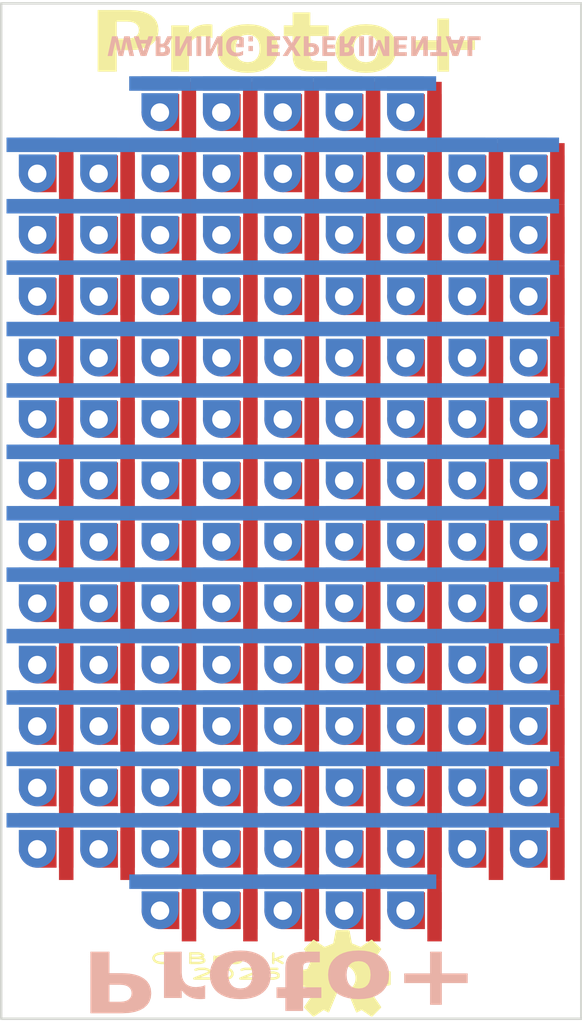
<source format=kicad_pcb>
(kicad_pcb (version 20241229) (generator "pcbnew") (generator_version "9.0")
  (layers (0 "F.Cu" signal) (2 "B.Cu" signal) (13 "F.Paste" user) (15 "B.Paste" user) (5 "F.SilkS" user "F.Silkscreen") (7 "B.SilkS" user "B.Silkscreen") (1 "F.Mask" user) (3 "B.Mask" user) (25 "Edge.Cuts" user))
  (net 0 "")
  (footprint "Proto:protoplus_perfdot" (layer "F.Cu") (at 157.44 65.92)
    (property "Reference" "REF**" (hide yes))
    (property "Value" "protoplus_perfdot" (hide yes))
  )
  (footprint "Proto:protoplus_perfdot" (layer "F.Cu") (at 144.74 71)
    (property "Reference" "REF**" (hide yes))
    (property "Value" "protoplus_perfdot" (hide yes))
  )
  (footprint "Proto:protoplus_perfdot" (layer "F.Cu") (at 149.82 68.46)
    (property "Reference" "REF**" (hide yes))
    (property "Value" "protoplus_perfdot" (hide yes))
  )
  (footprint "Proto:protoplus_perfdot" (layer "F.Cu") (at 149.82 60.84)
    (property "Reference" "REF**" (hide yes))
    (property "Value" "protoplus_perfdot" (hide yes))
  )
  (footprint "Proto:protoplus_perfdot" (layer "F.Cu") (at 144.74 86.24)
    (property "Reference" "REF**" (hide yes))
    (property "Value" "protoplus_perfdot" (hide yes))
  )
  (footprint "Proto:protoplus_perfdot" (layer "F.Cu") (at 157.44 63.38)
    (property "Reference" "REF**" (hide yes))
    (property "Value" "protoplus_perfdot" (hide yes))
  )
  (footprint "MountingHole:MountingHole_2.2mm_M2" (layer "F.Cu") (at 145.775 53.775)
    (property "Reference" "REF**" (hide yes))
    (property "Value" "MountingHole_2.2mm_M2" (hide yes))
  )
  (footprint "Proto:protoplus_perfdot" (layer "F.Cu") (at 162.52 65.92)
    (property "Reference" "REF**" (hide yes))
    (property "Value" "protoplus_perfdot" (hide yes))
  )
  (footprint "Proto:protoplus_perfdot" (layer "F.Cu") (at 165.06 86.24)
    (property "Reference" "REF**" (hide yes))
    (property "Value" "protoplus_perfdot" (hide yes))
  )
  (footprint "Proto:protoplus_perfdot" (layer "F.Cu") (at 157.44 58.3)
    (property "Reference" "REF**" (hide yes))
    (property "Value" "protoplus_perfdot" (hide yes))
  )
  (footprint "Proto:protoplus_perfdot" (layer "F.Cu") (at 162.52 81.16)
    (property "Reference" "REF**" (hide yes))
    (property "Value" "protoplus_perfdot" (hide yes))
  )
  (footprint "Proto:protoplus_perfdot" (layer "F.Cu") (at 154.9 71)
    (property "Reference" "REF**" (hide yes))
    (property "Value" "protoplus_perfdot" (hide yes))
  )
  (footprint "Proto:protoplus_perfdot" (layer "F.Cu") (at 157.44 81.16)
    (property "Reference" "REF**" (hide yes))
    (property "Value" "protoplus_perfdot" (hide yes))
  )
  (footprint "MountingHole:MountingHole_2.2mm_M2" (layer "F.Cu") (at 145.775 90.725)
    (property "Reference" "REF**" (hide yes))
    (property "Value" "MountingHole_2.2mm_M2" (hide yes))
  )
  (footprint "Proto:protoplus_perfdot" (layer "F.Cu") (at 154.895 55.765)
    (property "Reference" "REF**" (hide yes))
    (property "Value" "protoplus_perfdot" (hide yes))
  )
  (footprint "Proto:protoplus_perfdot" (layer "F.Cu") (at 159.975 55.765)
    (property "Reference" "REF**" (hide yes))
    (property "Value" "protoplus_perfdot" (hide yes))
  )
  (footprint "Proto:protoplus_perfdot" (layer "F.Cu") (at 147.28 73.54)
    (property "Reference" "REF**" (hide yes))
    (property "Value" "protoplus_perfdot" (hide yes))
  )
  (footprint "Proto:protoplus_perfdot" (layer "F.Cu") (at 154.9 65.92)
    (property "Reference" "REF**" (hide yes))
    (property "Value" "protoplus_perfdot" (hide yes))
  )
  (footprint "Proto:protoplus_perfdot" (layer "F.Cu") (at 144.74 78.62)
    (property "Reference" "REF**" (hide yes))
    (property "Value" "protoplus_perfdot" (hide yes))
  )
  (footprint "Proto:protoplus_perfdot" (layer "F.Cu") (at 154.9 88.78)
    (property "Reference" "REF**" (hide yes))
    (property "Value" "protoplus_perfdot" (hide yes))
  )
  (footprint "Proto:protoplus_perfdot" (layer "F.Cu") (at 159.98 60.84)
    (property "Reference" "REF**" (hide yes))
    (property "Value" "protoplus_perfdot" (hide yes))
  )
  (footprint "Proto:protoplus_perfdot" (layer "F.Cu") (at 159.98 86.24)
    (property "Reference" "REF**" (hide yes))
    (property "Value" "protoplus_perfdot" (hide yes))
  )
  (footprint "Proto:protoplus_perfdot" (layer "F.Cu") (at 162.52 63.38)
    (property "Reference" "REF**" (hide yes))
    (property "Value" "protoplus_perfdot" (hide yes))
  )
  (footprint "Proto:protoplus_perfdot" (layer "F.Cu") (at 162.52 60.84)
    (property "Reference" "REF**" (hide yes))
    (property "Value" "protoplus_perfdot" (hide yes))
  )
  (footprint "Proto:protoplus_perfdot" (layer "F.Cu") (at 152.36 88.78)
    (property "Reference" "REF**" (hide yes))
    (property "Value" "protoplus_perfdot" (hide yes))
  )
  (footprint "Proto:protoplus_perfdot" (layer "F.Cu") (at 154.9 60.84)
    (property "Reference" "REF**" (hide yes))
    (property "Value" "protoplus_perfdot" (hide yes))
  )
  (footprint "Proto:protoplus_perfdot" (layer "F.Cu") (at 165.06 68.46)
    (property "Reference" "REF**" (hide yes))
    (property "Value" "protoplus_perfdot" (hide yes))
  )
  (footprint "Proto:protoplus_perfdot" (layer "F.Cu") (at 149.82 58.3)
    (property "Reference" "REF**" (hide yes))
    (property "Value" "protoplus_perfdot" (hide yes))
  )
  (footprint "Proto:protoplus_perfdot" (layer "F.Cu") (at 149.82 76.08)
    (property "Reference" "REF**" (hide yes))
    (property "Value" "protoplus_perfdot" (hide yes))
  )
  (footprint "Proto:protoplus_perfdot" (layer "F.Cu") (at 165.06 71)
    (property "Reference" "REF**" (hide yes))
    (property "Value" "protoplus_perfdot" (hide yes))
  )
  (footprint "Proto:protoplus_perfdot" (layer "F.Cu") (at 144.74 76.08)
    (property "Reference" "REF**" (hide yes))
    (property "Value" "protoplus_perfdot" (hide yes))
  )
  (footprint "Proto:protoplus_perfdot" (layer "F.Cu") (at 157.44 78.62)
    (property "Reference" "REF**" (hide yes))
    (property "Value" "protoplus_perfdot" (hide yes))
  )
  (footprint "Proto:protoplus_perfdot" (layer "F.Cu") (at 152.36 73.54)
    (property "Reference" "REF**" (hide yes))
    (property "Value" "protoplus_perfdot" (hide yes))
  )
  (footprint "Proto:protoplus_perfdot" (layer "F.Cu") (at 165.06 78.62)
    (property "Reference" "REF**" (hide yes))
    (property "Value" "protoplus_perfdot" (hide yes))
  )
  (footprint "Proto:protoplus_perfdot" (layer "F.Cu") (at 147.28 83.7)
    (property "Reference" "REF**" (hide yes))
    (property "Value" "protoplus_perfdot" (hide yes))
  )
  (footprint "Proto:protoplus_perfdot" (layer "F.Cu") (at 159.98 58.3)
    (property "Reference" "REF**" (hide yes))
    (property "Value" "protoplus_perfdot" (hide yes))
  )
  (footprint "Proto:protoplus_perfdot" (layer "F.Cu") (at 147.28 76.08)
    (property "Reference" "REF**" (hide yes))
    (property "Value" "protoplus_perfdot" (hide yes))
  )
  (footprint "Proto:protoplus_perfdot" (layer "F.Cu") (at 159.98 65.92)
    (property "Reference" "REF**" (hide yes))
    (property "Value" "protoplus_perfdot" (hide yes))
  )
  (footprint "Proto:protoplus_perfdot" (layer "F.Cu") (at 149.82 81.16)
    (property "Reference" "REF**" (hide yes))
    (property "Value" "protoplus_perfdot" (hide yes))
  )
  (footprint "Proto:protoplus_perfdot" (layer "F.Cu") (at 152.355 55.765)
    (property "Reference" "REF**" (hide yes))
    (property "Value" "protoplus_perfdot" (hide yes))
  )
  (footprint "Proto:protoplus_perfdot" (layer "F.Cu") (at 152.36 58.3)
    (property "Reference" "REF**" (hide yes))
    (property "Value" "protoplus_perfdot" (hide yes))
  )
  (footprint "Proto:protoplus_perfdot" (layer "F.Cu") (at 159.98 76.08)
    (property "Reference" "REF**" (hide yes))
    (property "Value" "protoplus_perfdot" (hide yes))
  )
  (footprint "Proto:protoplus_perfdot" (layer "F.Cu") (at 144.74 83.7)
    (property "Reference" "REF**" (hide yes))
    (property "Value" "protoplus_perfdot" (hide yes))
  )
  (footprint "Proto:protoplus_perfdot" (layer "F.Cu") (at 147.28 58.3)
    (property "Reference" "REF**" (hide yes))
    (property "Value" "protoplus_perfdot" (hide yes))
  )
  (footprint "Proto:protoplus_perfdot" (layer "F.Cu") (at 147.28 60.84)
    (property "Reference" "REF**" (hide yes))
    (property "Value" "protoplus_perfdot" (hide yes))
  )
  (footprint "Proto:protoplus_perfdot" (layer "F.Cu") (at 165.06 76.08)
    (property "Reference" "REF**" (hide yes))
    (property "Value" "protoplus_perfdot" (hide yes))
  )
  (footprint "Proto:protoplus_perfdot" (layer "F.Cu") (at 147.28 81.16)
    (property "Reference" "REF**" (hide yes))
    (property "Value" "protoplus_perfdot" (hide yes))
  )
  (footprint "Proto:protoplus_perfdot" (layer "F.Cu") (at 162.52 76.08)
    (property "Reference" "REF**" (hide yes))
    (property "Value" "protoplus_perfdot" (hide yes))
  )
  (footprint "kml-custom:OSHW_Logo_4mm" (layer "F.Cu") (at 157.375 91.575)
    (property "Reference" "Ref**" (hide yes))
    (property "Value" "Val**" (hide yes))
  )
  (footprint "Proto:protoplus_perfdot" (layer "F.Cu") (at 154.9 81.16)
    (property "Reference" "REF**" (hide yes))
    (property "Value" "protoplus_perfdot" (hide yes))
  )
  (footprint "Proto:protoplus_perfdot" (layer "F.Cu") (at 144.74 73.54)
    (property "Reference" "REF**" (hide yes))
    (property "Value" "protoplus_perfdot" (hide yes))
  )
  (footprint "Proto:protoplus_perfdot" (layer "F.Cu") (at 157.435 55.765)
    (property "Reference" "REF**" (hide yes))
    (property "Value" "protoplus_perfdot" (hide yes))
  )
  (footprint "Proto:protoplus_perfdot" (layer "F.Cu") (at 165.06 60.84)
    (property "Reference" "REF**" (hide yes))
    (property "Value" "protoplus_perfdot" (hide yes))
  )
  (footprint "Proto:protoplus_perfdot" (layer "F.Cu") (at 162.52 83.7)
    (property "Reference" "REF**" (hide yes))
    (property "Value" "protoplus_perfdot" (hide yes))
  )
  (footprint "Proto:protoplus_perfdot" (layer "F.Cu") (at 144.74 58.3)
    (property "Reference" "REF**" (hide yes))
    (property "Value" "protoplus_perfdot" (hide yes))
  )
  (footprint "Proto:protoplus_perfdot" (layer "F.Cu") (at 144.74 60.84)
    (property "Reference" "REF**" (hide yes))
    (property "Value" "protoplus_perfdot" (hide yes))
  )
  (footprint "Proto:protoplus_perfdot" (layer "F.Cu") (at 159.98 88.78)
    (property "Reference" "REF**" (hide yes))
    (property "Value" "protoplus_perfdot" (hide yes))
  )
  (footprint "Proto:protoplus_perfdot" (layer "F.Cu") (at 165.06 83.7)
    (property "Reference" "REF**" (hide yes))
    (property "Value" "protoplus_perfdot" (hide yes))
  )
  (footprint "Proto:protoplus_perfdot" (layer "F.Cu") (at 159.98 73.54)
    (property "Reference" "REF**" (hide yes))
    (property "Value" "protoplus_perfdot" (hide yes))
  )
  (footprint "Proto:protoplus_perfdot" (layer "F.Cu") (at 149.82 65.92)
    (property "Reference" "REF**" (hide yes))
    (property "Value" "protoplus_perfdot" (hide yes))
  )
  (footprint "Proto:protoplus_perfdot" (layer "F.Cu") (at 147.28 78.62)
    (property "Reference" "REF**" (hide yes))
    (property "Value" "protoplus_perfdot" (hide yes))
  )
  (footprint "MountingHole:MountingHole_2.2mm_M2" (layer "F.Cu") (at 164.725 90.725)
    (property "Reference" "REF**" (hide yes))
    (property "Value" "MountingHole_2.2mm_M2" (hide yes))
  )
  (footprint "Proto:protoplus_perfdot" (layer "F.Cu") (at 149.82 86.24)
    (property "Reference" "REF**" (hide yes))
    (property "Value" "protoplus_perfdot" (hide yes))
  )
  (footprint "Proto:protoplus_perfdot" (layer "F.Cu") (at 154.9 83.7)
    (property "Reference" "REF**" (hide yes))
    (property "Value" "protoplus_perfdot" (hide yes))
  )
  (footprint "Proto:protoplus_perfdot" (layer "F.Cu") (at 147.28 63.38)
    (property "Reference" "REF**" (hide yes))
    (property "Value" "protoplus_perfdot" (hide yes))
  )
  (footprint "Proto:protoplus_perfdot" (layer "F.Cu") (at 154.9 63.38)
    (property "Reference" "REF**" (hide yes))
    (property "Value" "protoplus_perfdot" (hide yes))
  )
  (footprint "Proto:protoplus_perfdot" (layer "F.Cu") (at 149.82 71)
    (property "Reference" "REF**" (hide yes))
    (property "Value" "protoplus_perfdot" (hide yes))
  )
  (footprint "Proto:protoplus_perfdot" (layer "F.Cu") (at 149.82 88.78)
    (property "Reference" "REF**" (hide yes))
    (property "Value" "protoplus_perfdot" (hide yes))
  )
  (footprint "Proto:protoplus_perfdot" (layer "F.Cu") (at 144.74 68.46)
    (property "Reference" "REF**" (hide yes))
    (property "Value" "protoplus_perfdot" (hide yes))
  )
  (footprint "Proto:protoplus_perfdot" (layer "F.Cu") (at 154.9 58.3)
    (property "Reference" "REF**" (hide yes))
    (property "Value" "protoplus_perfdot" (hide yes))
  )
  (footprint "Proto:protoplus_perfdot" (layer "F.Cu") (at 157.44 83.7)
    (property "Reference" "REF**" (hide yes))
    (property "Value" "protoplus_perfdot" (hide yes))
  )
  (footprint "MountingHole:MountingHole_2.2mm_M2" (layer "F.Cu") (at 164.725 53.775)
    (property "Reference" "REF**" (hide yes))
    (property "Value" "MountingHole_2.2mm_M2" (hide yes))
  )
  (footprint "Proto:protoplus_perfdot" (layer "F.Cu") (at 144.74 65.92)
    (property "Reference" "REF**" (hide yes))
    (property "Value" "protoplus_perfdot" (hide yes))
  )
  (footprint "Proto:protoplus_perfdot" (layer "F.Cu") (at 165.06 81.16)
    (property "Reference" "REF**" (hide yes))
    (property "Value" "protoplus_perfdot" (hide yes))
  )
  (footprint "Proto:protoplus_perfdot" (layer "F.Cu") (at 152.36 83.7)
    (property "Reference" "REF**" (hide yes))
    (property "Value" "protoplus_perfdot" (hide yes))
  )
  (footprint "Proto:protoplus_perfdot" (layer "F.Cu") (at 147.28 68.46)
    (property "Reference" "REF**" (hide yes))
    (property "Value" "protoplus_perfdot" (hide yes))
  )
  (footprint "Proto:protoplus_perfdot" (layer "F.Cu") (at 152.36 78.62)
    (property "Reference" "REF**" (hide yes))
    (property "Value" "protoplus_perfdot" (hide yes))
  )
  (footprint "Proto:protoplus_perfdot" (layer "F.Cu") (at 149.815 55.765)
    (property "Reference" "REF**" (hide yes))
    (property "Value" "protoplus_perfdot" (hide yes))
  )
  (footprint "Proto:protoplus_perfdot" (layer "F.Cu") (at 149.82 78.62)
    (property "Reference" "REF**" (hide yes))
    (property "Value" "protoplus_perfdot" (hide yes))
  )
  (footprint "Proto:protoplus_perfdot" (layer "F.Cu") (at 159.98 81.16)
    (property "Reference" "REF**" (hide yes))
    (property "Value" "protoplus_perfdot" (hide yes))
  )
  (footprint "Proto:protoplus_perfdot" (layer "F.Cu") (at 159.98 63.38)
    (property "Reference" "REF**" (hide yes))
    (property "Value" "protoplus_perfdot" (hide yes))
  )
  (footprint "Proto:protoplus_perfdot" (layer "F.Cu") (at 152.36 81.16)
    (property "Reference" "REF**" (hide yes))
    (property "Value" "protoplus_perfdot" (hide yes))
  )
  (footprint "Proto:protoplus_perfdot" (layer "F.Cu") (at 159.98 78.62)
    (property "Reference" "REF**" (hide yes))
    (property "Value" "protoplus_perfdot" (hide yes))
  )
  (footprint "Proto:protoplus_perfdot" (layer "F.Cu") (at 165.06 63.38)
    (property "Reference" "REF**" (hide yes))
    (property "Value" "protoplus_perfdot" (hide yes))
  )
  (footprint "Proto:protoplus_perfdot" (layer "F.Cu") (at 157.44 68.46)
    (property "Reference" "REF**" (hide yes))
    (property "Value" "protoplus_perfdot" (hide yes))
  )
  (footprint "Proto:protoplus_perfdot" (layer "F.Cu") (at 159.98 71)
    (property "Reference" "REF**" (hide yes))
    (property "Value" "protoplus_perfdot" (hide yes))
  )
  (footprint "Proto:protoplus_perfdot" (layer "F.Cu") (at 152.36 68.46)
    (property "Reference" "REF**" (hide yes))
    (property "Value" "protoplus_perfdot" (hide yes))
  )
  (footprint "Proto:protoplus_perfdot" (layer "F.Cu") (at 165.06 58.3)
    (property "Reference" "REF**" (hide yes))
    (property "Value" "protoplus_perfdot" (hide yes))
  )
  (footprint "Proto:protoplus_perfdot" (layer "F.Cu") (at 157.44 76.08)
    (property "Reference" "REF**" (hide yes))
    (property "Value" "protoplus_perfdot" (hide yes))
  )
  (footprint "Proto:protoplus_perfdot" (layer "F.Cu") (at 162.52 68.46)
    (property "Reference" "REF**" (hide yes))
    (property "Value" "protoplus_perfdot" (hide yes))
  )
  (footprint "Proto:protoplus_perfdot" (layer "F.Cu") (at 147.28 71)
    (property "Reference" "REF**" (hide yes))
    (property "Value" "protoplus_perfdot" (hide yes))
  )
  (footprint "Proto:protoplus_perfdot" (layer "F.Cu") (at 159.98 68.46)
    (property "Reference" "REF**" (hide yes))
    (property "Value" "protoplus_perfdot" (hide yes))
  )
  (footprint "Proto:protoplus_perfdot" (layer "F.Cu") (at 152.36 86.24)
    (property "Reference" "REF**" (hide yes))
    (property "Value" "protoplus_perfdot" (hide yes))
  )
  (footprint "Proto:protoplus_perfdot" (layer "F.Cu") (at 144.74 81.16)
    (property "Reference" "REF**" (hide yes))
    (property "Value" "protoplus_perfdot" (hide yes))
  )
  (footprint "Proto:protoplus_perfdot" (layer "F.Cu") (at 154.9 86.24)
    (property "Reference" "REF**" (hide yes))
    (property "Value" "protoplus_perfdot" (hide yes))
  )
  (footprint "Proto:protoplus_perfdot" (layer "F.Cu") (at 162.52 86.24)
    (property "Reference" "REF**" (hide yes))
    (property "Value" "protoplus_perfdot" (hide yes))
  )
  (footprint "Proto:protoplus_perfdot" (layer "F.Cu") (at 149.82 63.38)
    (property "Reference" "REF**" (hide yes))
    (property "Value" "protoplus_perfdot" (hide yes))
  )
  (footprint "Proto:protoplus_perfdot" (layer "F.Cu") (at 157.44 88.78)
    (property "Reference" "REF**" (hide yes))
    (property "Value" "protoplus_perfdot" (hide yes))
  )
  (footprint "Proto:protoplus_perfdot" (layer "F.Cu") (at 154.9 68.46)
    (property "Reference" "REF**" (hide yes))
    (property "Value" "protoplus_perfdot" (hide yes))
  )
  (footprint "Proto:protoplus_perfdot" (layer "F.Cu") (at 149.82 73.54)
    (property "Reference" "REF**" (hide yes))
    (property "Value" "protoplus_perfdot" (hide yes))
  )
  (footprint "Proto:protoplus_perfdot" (layer "F.Cu") (at 154.9 78.62)
    (property "Reference" "REF**" (hide yes))
    (property "Value" "protoplus_perfdot" (hide yes))
  )
  (footprint "Proto:protoplus_perfdot" (layer "F.Cu") (at 162.52 78.62)
    (property "Reference" "REF**" (hide yes))
    (property "Value" "protoplus_perfdot" (hide yes))
  )
  (footprint "Proto:protoplus_perfdot" (layer "F.Cu") (at 162.52 71)
    (property "Reference" "REF**" (hide yes))
    (property "Value" "protoplus_perfdot" (hide yes))
  )
  (footprint "Proto:protoplus_perfdot" (layer "F.Cu") (at 154.9 76.08)
    (property "Reference" "REF**" (hide yes))
    (property "Value" "protoplus_perfdot" (hide yes))
  )
  (footprint "Proto:protoplus_perfdot" (layer "F.Cu") (at 152.36 65.92)
    (property "Reference" "REF**" (hide yes))
    (property "Value" "protoplus_perfdot" (hide yes))
  )
  (footprint "Proto:protoplus_perfdot" (layer "F.Cu") (at 149.82 83.7)
    (property "Reference" "REF**" (hide yes))
    (property "Value" "protoplus_perfdot" (hide yes))
  )
  (footprint "Proto:protoplus_perfdot" (layer "F.Cu") (at 152.36 71)
    (property "Reference" "REF**" (hide yes))
    (property "Value" "protoplus_perfdot" (hide yes))
  )
  (footprint "Proto:protoplus_perfdot" (layer "F.Cu") (at 152.36 76.08)
    (property "Reference" "REF**" (hide yes))
    (property "Value" "protoplus_perfdot" (hide yes))
  )
  (footprint "Proto:protoplus_perfdot" (layer "F.Cu") (at 152.36 60.84)
    (property "Reference" "REF**" (hide yes))
    (property "Value" "protoplus_perfdot" (hide yes))
  )
  (footprint "Proto:protoplus_perfdot" (layer "F.Cu") (at 154.9 73.54)
    (property "Reference" "REF**" (hide yes))
    (property "Value" "protoplus_perfdot" (hide yes))
  )
  (footprint "Proto:protoplus_perfdot" (layer "F.Cu") (at 157.44 71)
    (property "Reference" "REF**" (hide yes))
    (property "Value" "protoplus_perfdot" (hide yes))
  )
  (footprint "Proto:protoplus_perfdot" (layer "F.Cu") (at 157.44 86.24)
    (property "Reference" "REF**" (hide yes))
    (property "Value" "protoplus_perfdot" (hide yes))
  )
  (footprint "Proto:protoplus_perfdot" (layer "F.Cu") (at 159.98 83.7)
    (property "Reference" "REF**" (hide yes))
    (property "Value" "protoplus_perfdot" (hide yes))
  )
  (footprint "Proto:protoplus_perfdot" (layer "F.Cu") (at 165.06 65.92)
    (property "Reference" "REF**" (hide yes))
    (property "Value" "protoplus_perfdot" (hide yes))
  )
  (footprint "Proto:protoplus_perfdot" (layer "F.Cu") (at 147.28 86.24)
    (property "Reference" "REF**" (hide yes))
    (property "Value" "protoplus_perfdot" (hide yes))
  )
  (footprint "Proto:protoplus_perfdot" (layer "F.Cu") (at 157.44 60.84)
    (property "Reference" "REF**" (hide yes))
    (property "Value" "protoplus_perfdot" (hide yes))
  )
  (footprint "Proto:protoplus_perfdot" (layer "F.Cu") (at 165.06 73.54)
    (property "Reference" "REF**" (hide yes))
    (property "Value" "protoplus_perfdot" (hide yes))
  )
  (footprint "Proto:protoplus_perfdot" (layer "F.Cu") (at 162.52 58.3)
    (property "Reference" "REF**" (hide yes))
    (property "Value" "protoplus_perfdot" (hide yes))
  )
  (footprint "Proto:protoplus_perfdot" (layer "F.Cu") (at 157.44 73.54)
    (property "Reference" "REF**" (hide yes))
    (property "Value" "protoplus_perfdot" (hide yes))
  )
  (footprint "Proto:protoplus_perfdot" (layer "F.Cu") (at 162.52 73.54)
    (property "Reference" "REF**" (hide yes))
    (property "Value" "protoplus_perfdot" (hide yes))
  )
  (footprint "Proto:protoplus_perfdot" (layer "F.Cu") (at 147.28 65.92)
    (property "Reference" "REF**" (hide yes))
    (property "Value" "protoplus_perfdot" (hide yes))
  )
  (footprint "Proto:protoplus_perfdot" (layer "F.Cu") (at 152.36 63.38)
    (property "Reference" "REF**" (hide yes))
    (property "Value" "protoplus_perfdot" (hide yes))
  )
  (footprint "Proto:protoplus_perfdot" (layer "F.Cu") (at 144.74 63.38)
    (property "Reference" "REF**" (hide yes))
    (property "Value" "protoplus_perfdot" (hide yes))
  )
  (gr_rect (start 143.25 51.25) (end 167.25 93.25) (stroke (width 0.1)) (fill no) (layer "Edge.Cuts"))
  (gr_text "Proto+" (at 155.075 54.5 0) (layer "F.SilkS") (effects (font (size 2.5 3) (thickness 0.5) (bold yes)) (justify bottom)))
  (gr_text "C.Brooks \n2025" (at 153.005 91.085 0) (layer "F.SilkS") (effects (font (size 0.4 1) (thickness 0.1))))
  (gr_text "Proto+" (at 154.775 90.05 180) (layer "B.SilkS") (effects (font (size 2.5 3) (thickness 0.5) (bold yes)) (justify bottom mirror)))
  (gr_text "WARNING: EXPERIMENTAL " (at 155.55 52.475 180) (layer "B.SilkS") (effects (font (size 0.8 0.75) (thickness 0.16) (bold yes) (italic yes)) (justify bottom mirror)))
)
</source>
